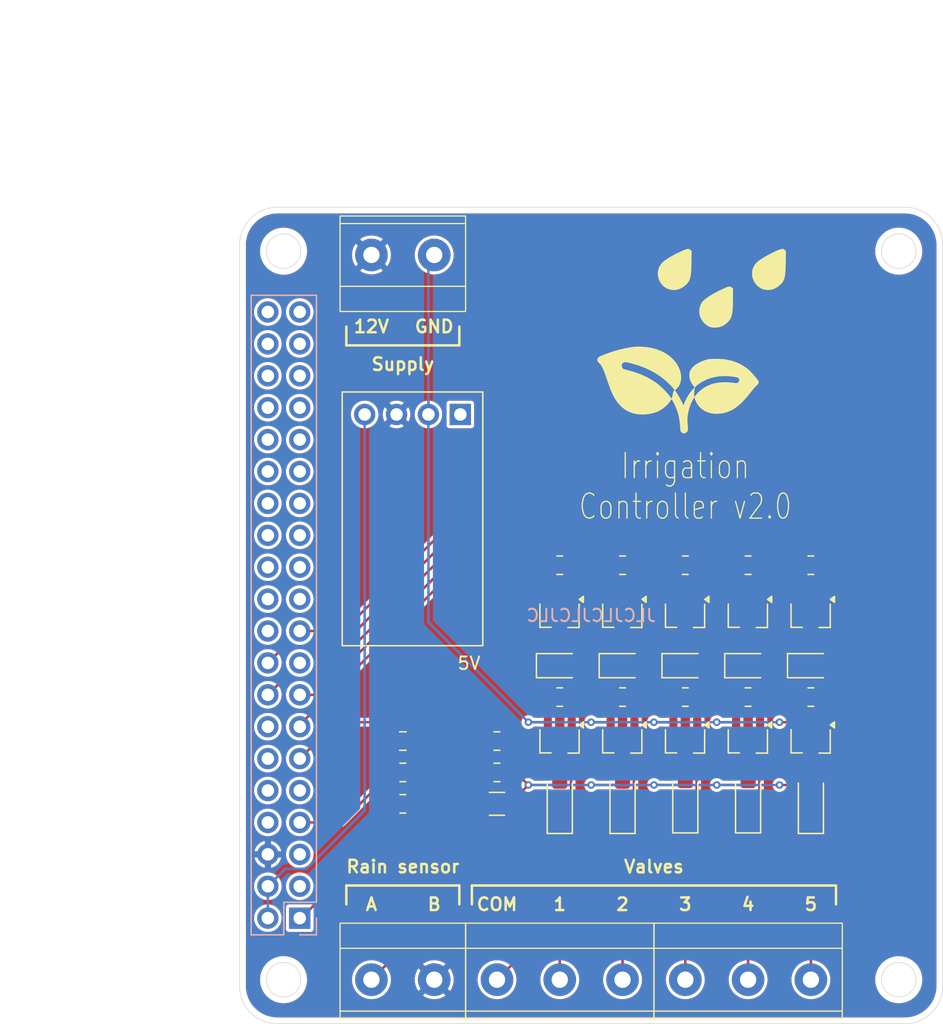
<source format=kicad_pcb>
(kicad_pcb (version 20240108) (generator "pcbnew") (generator_version "8.0")
  (layers (0 "F.Cu" signal) (31 "B.Cu" signal) (34 "B.Paste" user) (35 "F.Paste" user) (36 "B.SilkS" user "B.Silkscreen") (37 "F.SilkS" user "F.Silkscreen") (38 "B.Mask" user) (39 "F.Mask" user) (44 "Edge.Cuts" user))
  (net 0 "")
  (net 1 "/Valve #1/OUT")
  (net 2 "/Valve #2/OUT")
  (net 3 "Net-(D5-K)")
  (net 4 "/RAIN")
  (net 5 "Net-(D5-A)")
  (net 6 "/Valve #3/OUT")
  (net 7 "Net-(D7-A)")
  (net 8 "Net-(D7-K)")
  (net 11 "/C5")
  (net 26 "Net-(D1-A)")
  (net 27 "Net-(D1-K)")
  (net 28 "/Valve #4/OUT")
  (net 29 "Net-(D3-A)")
  (net 30 "Net-(D3-K)")
  (net 31 "Net-(Q3-B)")
  (net 32 "Net-(Q4-B)")
  (net 33 "Net-(Q5-B)")
  (net 34 "Net-(Q6-B)")
  (net 35 "Net-(Q7-B)")
  (net 36 "Net-(Q8-B)")
  (net 37 "COM")
  (net 38 "/C1")
  (net 39 "/C2")
  (net 40 "/C3")
  (net 41 "/C4")
  (net 42 "/SHORT")
  (net 43 "GND")
  (net 44 "Net-(Q1-B)")
  (net 45 "Net-(Q2-B)")
  (net 46 "+12V")
  (net 47 "+5V")
  (net 62 "Net-(D9-A)")
  (net 63 "Net-(D9-K)")
  (net 64 "/Valve #5/OUT")
  (net 65 "Net-(Q9-B)")
  (net 66 "Net-(Q10-B)")
  (net 67 "Net-(J3-Pin_1)")
  (net 68 "+3V3")
  (footprint "Irrigation_Controller:STDN-3A24-ADJ" (layer "F.Cu") (at 162.58 90.5 -90)
    (property "Reference" "X1" (hide yes))
    (property "Value" "5V" (at 19.81 -0.69 0) (layer "F.SilkS"))
    (pad "1" thru_hole rect (at 0 0 270) (size 1.7 1.7) (drill 1) (layers "*.Cu" "*.Mask"))
    (pad "2" thru_hole circle (at 0 2.54 270) (size 1.7 1.7) (drill 1) (layers "*.Cu" "*.Mask") (net 46 "+12V"))
    (pad "3" thru_hole circle (at 0 5.08 270) (size 1.7 1.7) (drill 1) (layers "*.Cu" "*.Mask") (net 43 "GND"))
    (pad "4" thru_hole circle (at 0 7.62 270) (size 1.7 1.7) (drill 1) (layers "*.Cu" "*.Mask") (net 47 "+5V"))
  )
  (footprint "Resistor_SMD:R_0805_2012Metric" (layer "F.Cu") (at 180.5 113)
    (property "Reference" "R6" (hide yes))
    (property "Value" "620" (hide yes))
    (pad "1" smd roundrect (at -0.9125 0) (size 1.025 1.4) (layers "F.Cu" "F.Paste" "F.Mask") (roundrect_rratio 0.243902) (net 5 "Net-(D5-A)"))
    (pad "2" smd roundrect (at 0.9125 0) (size 1.025 1.4) (layers "F.Cu" "F.Paste" "F.Mask") (roundrect_rratio 0.243902) (net 34 "Net-(Q6-B)"))
  )
  (footprint "Package_TO_SOT_SMD:TSOT-23" (layer "F.Cu") (at 185.5 106.5 -90)
    (property "Reference" "Q7" (hide yes))
    (property "Value" "PMBT3904" (hide yes))
    (pad "1" smd roundrect (at -1.31 -0.95 270) (size 1.22 0.65) (layers "F.Cu" "F.Paste" "F.Mask") (net 35 "Net-(Q7-B)"))
    (pad "2" smd roundrect (at -1.31 0.95 270) (size 1.22 0.65) (layers "F.Cu" "F.Paste" "F.Mask") (net 43 "GND"))
    (pad "3" smd roundrect (at 1.31 0 270) (size 1.22 0.65) (layers "F.Cu" "F.Paste" "F.Mask") (net 8 "Net-(D7-K)"))
  )
  (footprint "Diode_SMD:D_SOD-123" (layer "F.Cu") (at 180.5 121.455 90)
    (property "Reference" "D6" (hide yes))
    (property "Value" "SD103AW" (hide yes))
    (pad "1" smd roundrect (at -1.65 0 90) (size 0.9 1.2) (layers "F.Cu" "F.Paste" "F.Mask") (net 6 "/Valve #3/OUT"))
    (pad "2" smd roundrect (at 1.65 0 90) (size 0.9 1.2) (layers "F.Cu" "F.Paste" "F.Mask") (net 37 "COM"))
  )
  (footprint "Irrigation_Controller:MX5-3P-BK" (layer "F.Cu") (at 165.5 135.5)
    (property "Reference" "J4" (hide yes))
    (property "Value" "Screw_Terminal_01x03" (hide yes))
    (pad "1" thru_hole circle (at 0 0) (size 2.6 2.6) (drill 1.3) (layers "*.Cu" "*.Mask") (net 37 "COM"))
    (pad "2" thru_hole circle (at 5 0) (size 2.6 2.6) (drill 1.3) (layers "*.Cu" "*.Mask") (net 1 "/Valve #1/OUT"))
    (pad "3" thru_hole circle (at 10 0) (size 2.6 2.6) (drill 1.3) (layers "*.Cu" "*.Mask") (net 2 "/Valve #2/OUT"))
  )
  (footprint "Capacitor_SMD:C_0805_2012Metric" (layer "F.Cu") (at 158 116.5 180)
    (property "Reference" "C1" (hide yes))
    (property "Value" "0.1 µF" (hide yes))
    (pad "1" smd roundrect (at -0.95 0 180) (size 1 1.45) (layers "F.Cu" "F.Paste" "F.Mask") (net 67 "Net-(J3-Pin_1)"))
    (pad "2" smd roundrect (at 0.95 0 180) (size 1 1.45) (layers "F.Cu" "F.Paste" "F.Mask") (net 43 "GND"))
  )
  (footprint "Resistor_SMD:R_0805_2012Metric_Pad1.20x1.40mm_HandSolder" (layer "F.Cu") (at 175.5 102.5)
    (property "Reference" "R3" (hide yes))
    (property "Value" "3.9K" (hide yes))
    (pad "1" smd roundrect (at -1 0) (size 1.2 1.4) (layers "F.Cu" "F.Paste" "F.Mask") (roundrect_rratio 0.208333) (net 39 "/C2"))
    (pad "2" smd roundrect (at 1 0) (size 1.2 1.4) (layers "F.Cu" "F.Paste" "F.Mask") (roundrect_rratio 0.208333) (net 31 "Net-(Q3-B)"))
  )
  (footprint "LED_SMD:LED_0805_2012Metric_Pad1.15x1.40mm_HandSolder" (layer "F.Cu") (at 170.5 110.5)
    (property "Reference" "D1" (hide yes))
    (property "Value" "EVL-SMD0805-RED" (hide yes))
    (pad "1" smd roundrect (at -1.025 0) (size 1.15 1.4) (layers "F.Cu" "F.Paste" "F.Mask") (roundrect_rratio 0.217391) (net 27 "Net-(D1-K)"))
    (pad "2" smd roundrect (at 1.025 0) (size 1.15 1.4) (layers "F.Cu" "F.Paste" "F.Mask") (roundrect_rratio 0.217391) (net 26 "Net-(D1-A)"))
  )
  (footprint "LOGO" (layer "F.Cu") (at 181 84.5)
    (property "Reference" "G***" (hide yes))
    (property "Value" "LOGO" (hide yes))
  )
  (footprint "Resistor_SMD:R_0805_2012Metric" (layer "F.Cu") (at 170.5 113)
    (property "Reference" "R2" (hide yes))
    (property "Value" "620" (hide yes))
    (pad "1" smd roundrect (at -0.9125 0) (size 1.025 1.4) (layers "F.Cu" "F.Paste" "F.Mask") (roundrect_rratio 0.243902) (net 26 "Net-(D1-A)"))
    (pad "2" smd roundrect (at 0.9125 0) (size 1.025 1.4) (layers "F.Cu" "F.Paste" "F.Mask") (roundrect_rratio 0.243902) (net 45 "Net-(Q2-B)"))
  )
  (footprint "Package_TO_SOT_SMD:TSOT-23" (layer "F.Cu") (at 170.5 106.5 -90)
    (property "Reference" "Q1" (hide yes))
    (property "Value" "PMBT3904" (hide yes))
    (pad "1" smd roundrect (at -1.31 -0.95 270) (size 1.22 0.65) (layers "F.Cu" "F.Paste" "F.Mask") (net 44 "Net-(Q1-B)"))
    (pad "2" smd roundrect (at -1.31 0.95 270) (size 1.22 0.65) (layers "F.Cu" "F.Paste" "F.Mask") (net 43 "GND"))
    (pad "3" smd roundrect (at 1.31 0 270) (size 1.22 0.65) (layers "F.Cu" "F.Paste" "F.Mask") (net 27 "Net-(D1-K)"))
  )
  (footprint "Resistor_SMD:R_0805_2012Metric" (layer "F.Cu") (at 190.5 113)
    (property "Reference" "R10" (hide yes))
    (property "Value" "620" (hide yes))
    (pad "1" smd roundrect (at -0.9125 0) (size 1.025 1.4) (layers "F.Cu" "F.Paste" "F.Mask") (roundrect_rratio 0.243902) (net 62 "Net-(D9-A)"))
    (pad "2" smd roundrect (at 0.9125 0) (size 1.025 1.4) (layers "F.Cu" "F.Paste" "F.Mask") (roundrect_rratio 0.243902) (net 66 "Net-(Q10-B)"))
  )
  (footprint "LED_SMD:LED_0805_2012Metric_Pad1.15x1.40mm_HandSolder" (layer "F.Cu") (at 175.5 110.5)
    (property "Reference" "D3" (hide yes))
    (property "Value" "EVL-SMD0805-RED" (hide yes))
    (pad "1" smd roundrect (at -1.025 0) (size 1.15 1.4) (layers "F.Cu" "F.Paste" "F.Mask") (roundrect_rratio 0.217391) (net 30 "Net-(D3-K)"))
    (pad "2" smd roundrect (at 1.025 0) (size 1.15 1.4) (layers "F.Cu" "F.Paste" "F.Mask") (roundrect_rratio 0.217391) (net 29 "Net-(D3-A)"))
  )
  (footprint "Resistor_SMD:R_0805_2012Metric_Pad1.20x1.40mm_HandSolder" (layer "F.Cu") (at 185.5 102.5)
    (property "Reference" "R7" (hide yes))
    (property "Value" "3.9K" (hide yes))
    (pad "1" smd roundrect (at -1 0) (size 1.2 1.4) (layers "F.Cu" "F.Paste" "F.Mask") (roundrect_rratio 0.208333) (net 41 "/C4"))
    (pad "2" smd roundrect (at 1 0) (size 1.2 1.4) (layers "F.Cu" "F.Paste" "F.Mask") (roundrect_rratio 0.208333) (net 35 "Net-(Q7-B)"))
  )
  (footprint "Resistor_SMD:R_0805_2012Metric_Pad1.20x1.40mm_HandSolder" (layer "F.Cu") (at 170.5 102.5)
    (property "Reference" "R1" (hide yes))
    (property "Value" "3.9K" (hide yes))
    (pad "1" smd roundrect (at -1 0) (size 1.2 1.4) (layers "F.Cu" "F.Paste" "F.Mask") (roundrect_rratio 0.208333) (net 38 "/C1"))
    (pad "2" smd roundrect (at 1 0) (size 1.2 1.4) (layers "F.Cu" "F.Paste" "F.Mask") (roundrect_rratio 0.208333) (net 44 "Net-(Q1-B)"))
  )
  (footprint "Package_TO_SOT_SMD:TSOT-23" (layer "F.Cu") (at 175.5 116.5 -90)
    (property "Reference" "Q4" (hide yes))
    (property "Value" "SS8550-H" (hide yes))
    (pad "1" smd roundrect (at -1.31 -0.95 270) (size 1.22 0.65) (layers "F.Cu" "F.Paste" "F.Mask") (net 32 "Net-(Q4-B)"))
    (pad "2" smd roundrect (at -1.31 0.95 270) (size 1.22 0.65) (layers "F.Cu" "F.Paste" "F.Mask") (net 46 "+12V"))
    (pad "3" smd roundrect (at 1.31 0 270) (size 1.22 0.65) (layers "F.Cu" "F.Paste" "F.Mask") (net 2 "/Valve #2/OUT"))
  )
  (footprint "Resistor_SMD:R_0805_2012Metric_Pad1.20x1.40mm_HandSolder" (layer "F.Cu") (at 190.5 102.5)
    (property "Reference" "R9" (hide yes))
    (property "Value" "3.9K" (hide yes))
    (pad "1" smd roundrect (at -1 0) (size 1.2 1.4) (layers "F.Cu" "F.Paste" "F.Mask") (roundrect_rratio 0.208333) (net 11 "/C5"))
    (pad "2" smd roundrect (at 1 0) (size 1.2 1.4) (layers "F.Cu" "F.Paste" "F.Mask") (roundrect_rratio 0.208333) (net 65 "Net-(Q9-B)"))
  )
  (footprint "Package_TO_SOT_SMD:TSOT-23" (layer "F.Cu") (at 185.5 116.5 -90)
    (property "Reference" "Q8" (hide yes))
    (property "Value" "SS8550-H" (hide yes))
    (pad "1" smd roundrect (at -1.31 -0.95 270) (size 1.22 0.65) (layers "F.Cu" "F.Paste" "F.Mask") (net 36 "Net-(Q8-B)"))
    (pad "2" smd roundrect (at -1.31 0.95 270) (size 1.22 0.65) (layers "F.Cu" "F.Paste" "F.Mask") (net 46 "+12V"))
    (pad "3" smd roundrect (at 1.31 0 270) (size 1.22 0.65) (layers "F.Cu" "F.Paste" "F.Mask") (net 28 "/Valve #4/OUT"))
  )
  (footprint "LED_SMD:LED_0805_2012Metric_Pad1.15x1.40mm_HandSolder" (layer "F.Cu") (at 180.5 110.5)
    (property "Reference" "D5" (hide yes))
    (property "Value" "EVL-SMD0805-RED" (hide yes))
    (pad "1" smd roundrect (at -1.025 0) (size 1.15 1.4) (layers "F.Cu" "F.Paste" "F.Mask") (roundrect_rratio 0.217391) (net 3 "Net-(D5-K)"))
    (pad "2" smd roundrect (at 1.025 0) (size 1.15 1.4) (layers "F.Cu" "F.Paste" "F.Mask") (roundrect_rratio 0.217391) (net 5 "Net-(D5-A)"))
  )
  (footprint "Resistor_SMD:R_0805_2012Metric" (layer "F.Cu") (at 158 119)
    (property "Reference" "R13" (hide yes))
    (property "Value" "1.1K" (hide yes))
    (pad "1" smd roundrect (at -0.9125 0) (size 1.025 1.4) (layers "F.Cu" "F.Paste" "F.Mask") (roundrect_rratio 0.243902) (net 4 "/RAIN"))
    (pad "2" smd roundrect (at 0.9125 0) (size 1.025 1.4) (layers "F.Cu" "F.Paste" "F.Mask") (roundrect_rratio 0.243902) (net 67 "Net-(J3-Pin_1)"))
  )
  (footprint "Resistor_SMD:R_0805_2012Metric" (layer "F.Cu") (at 165.5 119 180)
    (property "Reference" "R11" (hide yes))
    (property "Value" "3.9K" (hide yes))
    (pad "1" smd roundrect (at -0.9125 0 180) (size 1.025 1.4) (layers "F.Cu" "F.Paste" "F.Mask") (roundrect_rratio 0.243902) (net 37 "COM"))
    (pad "2" smd roundrect (at 0.9125 0 180) (size 1.025 1.4) (layers "F.Cu" "F.Paste" "F.Mask") (roundrect_rratio 0.243902) (net 42 "/SHORT"))
  )
  (footprint "Irrigation_Controller:MX5-3P-BK" (layer "F.Cu") (at 180.5 135.5)
    (property "Reference" "J5" (hide yes))
    (property "Value" "Screw_Terminal_01x03" (hide yes))
    (pad "1" thru_hole circle (at 0 0) (size 2.6 2.6) (drill 1.3) (layers "*.Cu" "*.Mask") (net 6 "/Valve #3/OUT"))
    (pad "2" thru_hole circle (at 5 0) (size 2.6 2.6) (drill 1.3) (layers "*.Cu" "*.Mask") (net 28 "/Valve #4/OUT"))
    (pad "3" thru_hole circle (at 10 0) (size 2.6 2.6) (drill 1.3) (layers "*.Cu" "*.Mask") (net 64 "/Valve #5/OUT"))
  )
  (footprint "Package_TO_SOT_SMD:TSOT-23" (layer "F.Cu") (at 170.5 116.5 -90)
    (property "Reference" "Q2" (hide yes))
    (property "Value" "SS8550-H" (hide yes))
    (pad "1" smd roundrect (at -1.31 -0.95 270) (size 1.22 0.65) (layers "F.Cu" "F.Paste" "F.Mask") (net 45 "Net-(Q2-B)"))
    (pad "2" smd roundrect (at -1.31 0.95 270) (size 1.22 0.65) (layers "F.Cu" "F.Paste" "F.Mask") (net 46 "+12V"))
    (pad "3" smd roundrect (at 1.31 0 270) (size 1.22 0.65) (layers "F.Cu" "F.Paste" "F.Mask") (net 1 "/Valve #1/OUT"))
  )
  (footprint "Resistor_SMD:R_0805_2012Metric_Pad1.20x1.40mm_HandSolder" (layer "F.Cu") (at 180.5 102.5)
    (property "Reference" "R5" (hide yes))
    (property "Value" "3.9K" (hide yes))
    (pad "1" smd roundrect (at -1 0) (size 1.2 1.4) (layers "F.Cu" "F.Paste" "F.Mask") (roundrect_rratio 0.208333) (net 40 "/C3"))
    (pad "2" smd roundrect (at 1 0) (size 1.2 1.4) (layers "F.Cu" "F.Paste" "F.Mask") (roundrect_rratio 0.208333) (net 33 "Net-(Q5-B)"))
  )
  (footprint "Fuse:Fuse_1206_3216Metric" (layer "F.Cu") (at 165.5 121.5 180)
    (property "Reference" "F1" (hide yes))
    (property "Value" "RKP-SMDB050" (hide yes))
    (pad "1" smd roundrect (at -1.4 0 180) (size 1.25 1.75) (layers "F.Cu" "F.Paste" "F.Mask") (roundrect_rratio 0.2) (net 37 "COM"))
    (pad "2" smd roundrect (at 1.4 0 180) (size 1.25 1.75) (layers "F.Cu" "F.Paste" "F.Mask") (roundrect_rratio 0.2) (net 43 "GND"))
  )
  (footprint "Package_TO_SOT_SMD:TSOT-23" (layer "F.Cu") (at 190.5 106.5 -90)
    (property "Reference" "Q9" (hide yes))
    (property "Value" "PMBT3904" (hide yes))
    (pad "1" smd roundrect (at -1.31 -0.95 270) (size 1.22 0.65) (layers "F.Cu" "F.Paste" "F.Mask") (net 65 "Net-(Q9-B)"))
    (pad "2" smd roundrect (at -1.31 0.95 270) (size 1.22 0.65) (layers "F.Cu" "F.Paste" "F.Mask") (net 43 "GND"))
    (pad "3" smd roundrect (at 1.31 0 270) (size 1.22 0.65) (layers "F.Cu" "F.Paste" "F.Mask") (net 63 "Net-(D9-K)"))
  )
  (footprint "Irrigation_Controller:MX5-2P-BK" (layer "F.Cu") (at 160.5 77.8 180)
    (property "Reference" "J2" (hide yes))
    (property "Value" "Screw_Terminal_01x02" (hide yes))
    (pad "1" thru_hole circle (at 0 0 180) (size 2.6 2.6) (drill 1.3) (layers "*.Cu" "*.Mask") (net 46 "+12V"))
    (pad "2" thru_hole circle (at 5 0 180) (size 2.6 2.6) (drill 1.3) (layers "*.Cu" "*.Mask") (net 43 "GND"))
  )
  (footprint "Resistor_SMD:R_0805_2012Metric" (layer "F.Cu") (at 158 121.5)
    (property "Reference" "R14" (hide yes))
    (property "Value" "3.9K" (hide yes))
    (pad "1" smd roundrect (at -0.9125 0) (size 1.025 1.4) (layers "F.Cu" "F.Paste" "F.Mask") (roundrect_rratio 0.243902) (net 68 "+3V3"))
    (pad "2" smd roundrect (at 0.9125 0) (size 1.025 1.4) (layers "F.Cu" "F.Paste" "F.Mask") (roundrect_rratio 0.243902) (net 67 "Net-(J3-Pin_1)"))
  )
  (footprint "Diode_SMD:D_SOD-123" (layer "F.Cu") (at 185.5 121.455 90)
    (property "Reference" "D8" (hide yes))
    (property "Value" "SD103AW" (hide yes))
    (pad "1" smd roundrect (at -1.65 0 90) (size 0.9 1.2) (layers "F.Cu" "F.Paste" "F.Mask") (net 28 "/Valve #4/OUT"))
    (pad "2" smd roundrect (at 1.65 0 90) (size 0.9 1.2) (layers "F.Cu" "F.Paste" "F.Mask") (net 37 "COM"))
  )
  (footprint "Resistor_SMD:R_0805_2012Metric" (layer "F.Cu") (at 165.5 116.5)
    (property "Reference" "R12" (hide yes))
    (property "Value" "1.1K" (hide yes))
    (pad "1" smd roundrect (at -0.9125 0) (size 1.025 1.4) (layers "F.Cu" "F.Paste" "F.Mask") (roundrect_rratio 0.243902) (net 42 "/SHORT"))
    (pad "2" smd roundrect (at 0.9125 0) (size 1.025 1.4) (layers "F.Cu" "F.Paste" "F.Mask") (roundrect_rratio 0.243902) (net 43 "GND"))
  )
  (footprint "LED_SMD:LED_0805_2012Metric_Pad1.15x1.40mm_HandSolder" (layer "F.Cu") (at 190.5 110.5)
    (property "Reference" "D9" (hide yes))
    (property "Value" "EVL-SMD0805-RED" (hide yes))
    (pad "1" smd roundrect (at -1.025 0) (size 1.15 1.4) (layers "F.Cu" "F.Paste" "F.Mask") (roundrect_rratio 0.217391) (net 63 "Net-(D9-K)"))
    (pad "2" smd roundrect (at 1.025 0) (size 1.15 1.4) (layers "F.Cu" "F.Paste" "F.Mask") (roundrect_rratio 0.217391) (net 62 "Net-(D9-A)"))
  )
  (footprint "Diode_SMD:D_SOD-123" (layer "F.Cu") (at 170.5 121.5 90)
    (property "Reference" "D2" (hide yes))
    (property "Value" "SD103AW" (hide yes))
    (pad "1" smd roundrect (at -1.65 0 90) (size 0.9 1.2) (layers "F.Cu" "F.Paste" "F.Mask") (net 1 "/Valve #1/OUT"))
    (pad "2" smd roundrect (at 1.65 0 90) (size 0.9 1.2) (layers "F.Cu" "F.Paste" "F.Mask") (net 37 "COM"))
  )
  (footprint "Resistor_SMD:R_0805_2012Metric" (layer "F.Cu") (at 175.5 113)
    (property "Reference" "R4" (hide yes))
    (property "Value" "620" (hide yes))
    (pad "1" smd roundrect (at -0.9125 0) (size 1.025 1.4) (layers "F.Cu" "F.Paste" "F.Mask") (roundrect_rratio 0.243902) (net 29 "Net-(D3-A)"))
    (pad "2" smd roundrect (at 0.9125 0) (size 1.025 1.4) (layers "F.Cu" "F.Paste" "F.Mask") (roundrect_rratio 0.243902) (net 32 "Net-(Q4-B)"))
  )
  (footprint "Package_TO_SOT_SMD:TSOT-23" (layer "F.Cu") (at 175.5 106.5 -90)
    (property "Reference" "Q3" (hide yes))
    (property "Value" "PMBT3904" (hide yes))
    (pad "1" smd roundrect (at -1.31 -0.95 270) (size 1.22 0.65) (layers "F.Cu" "F.Paste" "F.Mask") (net 31 "Net-(Q3-B)"))
    (pad "2" smd roundrect (at -1.31 0.95 270) (size 1.22 0.65) (layers "F.Cu" "F.Paste" "F.Mask") (net 43 "GND"))
    (pad "3" smd roundrect (at 1.31 0 270) (size 1.22 0.65) (layers "F.Cu" "F.Paste" "F.Mask") (net 30 "Net-(D3-K)"))
  )
  (footprint "Resistor_SMD:R_0805_2012Metric" (layer "F.Cu") (at 185.5 113)
    (property "Reference" "R8" (hide yes))
    (property "Value" "620" (hide yes))
    (pad "1" smd roundrect (at -0.9125 0) (size 1.025 1.4) (layers "F.Cu" "F.Paste" "F.Mask") (roundrect_rratio 0.243902) (net 7 "Net-(D7-A)"))
    (pad "2" smd roundrect (at 0.9125 0) (size 1.025 1.4) (layers "F.Cu" "F.Paste" "F.Mask") (roundrect_rratio 0.243902) (net 36 "Net-(Q8-B)"))
  )
  (footprint "Package_TO_SOT_SMD:TSOT-23" (layer "F.Cu") (at 180.5 106.5 -90)
    (property "Reference" "Q5" (hide yes))
    (property "Value" "PMBT3904" (hide yes))
    (pad "1" smd roundrect (at -1.31 -0.95 270) (size 1.22 0.65) (layers "F.Cu" "F.Paste" "F.Mask") (net 33 "Net-(Q5-B)"))
    (pad "2" smd roundrect (at -1.31 0.95 270) (size 1.22 0.65) (layers "F.Cu" "F.Paste" "F.Mask") (net 43 "GND"))
    (pad "3" smd roundrect (at 1.31 0 270) (size 1.22 0.65) (layers "F.Cu" "F.Paste" "F.Mask") (net 3 "Net-(D5-K)"))
  )
  (footprint "LED_SMD:LED_0805_2012Metric_Pad1.15x1.40mm_HandSolder" (layer "F.Cu") (at 185.5 110.5)
    (property "Reference" "D7" (hide yes))
    (property "Value" "EVL-SMD0805-RED" (hide yes))
    (pad "1" smd roundrect (at -1.025 0) (size 1.15 1.4) (layers "F.Cu" "F.Paste" "F.Mask") (roundrect_rratio 0.217391) (net 8 "Net-(D7-K)"))
    (pad "2" smd roundrect (at 1.025 0) (size 1.15 1.4) (layers "F.Cu" "F.Paste" "F.Mask") (roundrect_rratio 0.217391) (net 7 "Net-(D7-A)"))
  )
  (footprint "Diode_SMD:D_SOD-123" (layer "F.Cu") (at 190.5 121.5 90)
    (property "Reference" "D10" (hide yes))
    (property "Value" "SD103AW" (hide yes))
    (pad "1" smd roundrect (at -1.65 0 90) (size 0.9 1.2) (layers "F.Cu" "F.Paste" "F.Mask") (net 64 "/Valve #5/OUT"))
    (pad "2" smd roundrect (at 1.65 0 90) (size 0.9 1.2) (layers "F.Cu" "F.Paste" "F.Mask") (net 37 "COM"))
  )
  (footprint "Irrigation_Controller:MX5-2P-BK" (layer "F.Cu") (at 155.5 135.5)
    (property "Reference" "J3" (hide yes))
    (property "Value" "Screw_Terminal_01x02" (hide yes))
    (pad "1" thru_hole circle (at 0 0) (size 2.6 2.6) (drill 1.3) (layers "*.Cu" "*.Mask") (net 67 "Net-(J3-Pin_1)"))
    (pad "2" thru_hole circle (at 5 0) (size 2.6 2.6) (drill 1.3) (layers "*.Cu" "*.Mask") (net 43 "GND"))
  )
  (footprint "Package_TO_SOT_SMD:TSOT-23" (layer "F.Cu") (at 190.5 116.5 -90)
    (property "Reference" "Q10" (hide yes))
    (property "Value" "SS8550-H" (hide yes))
    (pad "1" smd roundrect (at -1.31 -0.95 270) (size 1.22 0.65) (layers "F.Cu" "F.Paste" "F.Mask") (net 66 "Net-(Q10-B)"))
    (pad "2" smd roundrect (at -1.31 0.95 270) (size 1.22 0.65) (layers "F.Cu" "F.Paste" "F.Mask") (net 46 "+12V"))
    (pad "3" smd roundrect (at 1.31 0 270) (size 1.22 0.65) (layers "F.Cu" "F.Paste" "F.Mask") (net 64 "/Valve #5/OUT"))
  )
  (footprint "Package_TO_SOT_SMD:TSOT-23" (layer "F.Cu") (at 180.5 116.5 -90)
    (property "Reference" "Q6" (hide yes))
    (property "Value" "SS8550-H" (hide yes))
    (pad "1" smd roundrect (at -1.31 -0.95 270) (size 1.22 0.65) (layers "F.Cu" "F.Paste" "F.Mask") (net 34 "Net-(Q6-B)"))
    (pad "2" smd roundrect (at -1.31 0.95 270) (size 1.22 0.65) (layers "F.Cu" "F.Paste" "F.Mask") (net 46 "+12V"))
    (pad "3" smd roundrect (at 1.31 0 270) (size 1.22 0.65) (layers "F.Cu" "F.Paste" "F.Mask") (net 6 "/Valve #3/OUT"))
  )
  (footprint "Diode_SMD:D_SOD-123" (layer "F.Cu") (at 175.5 121.5 90)
    (property "Reference" "D4" (hide yes))
    (property "Value" "SD103AW" (hide yes))
    (pad "1" smd roundrect (at -1.65 0 90) (size 0.9 1.2) (layers "F.Cu" "F.Paste" "F.Mask") (net 2 "/Valve #2/OUT"))
    (pad "2" smd roundrect (at 1.65 0 90) (size 0.9 1.2) (layers "F.Cu" "F.Paste" "F.Mask") (net 37 "COM"))
  )
  (footprint "Connector_PinSocket_2.54mm:PinSocket_2x20_P2.54mm_Vertical" (layer "B.Cu") (at 149.79 130.6)
    (property "Reference" "J1" (hide yes))
    (property "Value" "ZL262-40DG" (hide yes))
    (pad "1" thru_hole rect (at 0 0) (size 1.7 1.7) (drill 1) (layers "*.Cu" "*.Mask") (net 68 "+3V3"))
    (pad "2" thru_hole oval (at -2.54 0) (size 1.7 1.7) (drill 1) (layers "*.Cu" "*.Mask") (net 47 "+5V"))
    (pad "3" thru_hole oval (at 0 -2.54) (size 1.7 1.7) (drill 1) (layers "*.Cu" "*.Mask"))
    (pad "4" thru_hole oval (at -2.54 -2.54) (size 1.7 1.7) (drill 1) (layers "*.Cu" "*.Mask") (net 47 "+5V"))
    (pad "5" thru_hole oval (at 0 -5.08) (size 1.7 1.7) (drill 1) (layers "*.Cu" "*.Mask"))
    (pad "6" thru_hole oval (at -2.54 -5.08) (size 1.7 1.7) (drill 1) (layers "*.Cu" "*.Mask") (net 43 "GND"))
    (pad "7" thru_hole oval (at 0 -7.62) (size 1.7 1.7) (drill 1) (layers "*.Cu" "*.Mask") (net 4 "/RAIN"))
    (pad "8" thru_hole oval (at -2.54 -7.62) (size 1.7 1.7) (drill 1) (layers "*.Cu" "*.Mask"))
    (pad "9" thru_hole oval (at 0 -10.16) (size 1.7 1.7) (drill 1) (layers "*.Cu" "*.Mask"))
    (pad "10" thru_hole oval (at -2.54 -10.16) (size 1.7 1.7) (drill 1) (layers "*.Cu" "*.Mask"))
    (pad "11" thru_hole oval (at 0 -12.7) (size 1.7 1.7) (drill 1) (layers "*.Cu" "*.Mask") (net 42 "/SHORT"))
    (pad "12" thru_hole oval (at -2.54 -12.7) (size 1.7 1.7) (drill 1) (layers "*.Cu" "*.Mask"))
    (pad "13" thru_hole oval (at 0 -15.24) (size 1.7 1.7) (drill 1) (layers "*.Cu" "*.Mask") (net 38 "/C1"))
    (pad "14" thru_hole oval (at -2.54 -15.24) (size 1.7 1.7) (drill 1) (layers "*.Cu" "*.Mask"))
    (pad "15" thru_hole oval (at 0 -17.78) (size 1.7 1.7) (drill 1) (layers "*.Cu" "*.Mask") (net 39 "/C2"))
    (pad "16" thru_hole oval (at -2.54 -17.78) (size 1.7 1.7) (drill 1) (layers "*.Cu" "*.Mask") (net 40 "/C3"))
    (pad "17" thru_hole oval (at 0 -20.32) (size 1.7 1.7) (drill 1) (layers "*.Cu" "*.Mask"))
    (pad "18" thru_hole oval (at -2.54 -20.32) (size 1.7 1.7) (drill 1) (layers "*.Cu" "*.Mask") (net 41 "/C4"))
    (pad "19" thru_hole oval (at 0 -22.86) (size 1.7 1.7) (drill 1) (layers "*.Cu" "*.Mask") (net 11 "/C5"))
    (pad "20" thru_hole oval (at -2.54 -22.86) (size 1.7 1.7) (drill 1) (layers "*.Cu" "*.Mask"))
    (pad "21" thru_hole oval (at 0 -25.4) (size 1.7 1.7) (drill 1) (layers "*.Cu" "*.Mask"))
    (pad "22" thru_hole oval (at -2.54 -25.4) (size 1.7 1.7) (drill 1) (layers "*.Cu" "*.Mask"))
    (pad "23" thru_hole oval (at 0 -27.94) (size 1.7 1.7) (drill 1) (layers "*.Cu" "*.Mask"))
    (pad "24" thru_hole oval (at -2.54 -27.94) (size 1.7 1.7) (drill 1) (layers "*.Cu" "*.Mask"))
    (pad "25" thru_hole oval (at 0 -30.48) (size 1.7 1.7) (drill 1) (layers "*.Cu" "*.Mask"))
    (pad "26" thru_hole oval (at -2.54 -30.48) (size 1.7 1.7) (drill 1) (layers "*.Cu" "*.Mask"))
    (pad "27" thru_hole oval (at 0 -33.02) (size 1.7 1.7) (drill 1) (layers "*.Cu" "*.Mask"))
    (pad "28" thru_hole oval (at -2.54 -33.02) (size 1.7 1.7) (drill 1) (layers "*.Cu" "*.Mask"))
    (pad "29" thru_hole oval (at 0 -35.56) (size 1.7 1.7) (drill 1) (layers "*.Cu" "*.Mask"))
    (pad "30" thru_hole oval (at -2.54 -35.56) (size 1.7 1.7) (drill 1) (layers "*.Cu" "*.Mask"))
    (pad "31" thru_hole oval (at 0 -38.1) (size 1.7 1.7) (drill 1) (layers "*.Cu" "*.Mask"))
    (pad "32" thru_hole oval (at -2.54 -38.1) (size 1.7 1.7) (drill 1) (layers "*.Cu" "*.Mask"))
    (pad "33" thru_hole oval (at 0 -40.64) (size 1.7 1.7) (drill 1) (layers "*.Cu" "*.Mask"))
    (pad "34" thru_hole oval (at -2.54 -40.64) (size 1.7 1.7) (drill 1) (layers "*.Cu" "*.Mask"))
    (pad "35" thru_hole oval (at 0 -43.18) (size 1.7 1.7) (drill 1) (layers "*.Cu" "*.Mask"))
    (pad "36" thru_hole oval (at -2.54 -43.18) (size 1.7 1.7) (drill 1) (layers "*.Cu" "*.Mask"))
    (pad "37" thru_hole oval (at 0 -45.72) (size 1.7 1.7) (drill 1) (layers "*.Cu" "*.Mask"))
    (pad "38" thru_hole oval (at -2.54 -45.72) (size 1.7 1.7) (drill 1) (layers "*.Cu" "*.Mask"))
    (pad "39" thru_hole oval (at 0 -48.26) (size 1.7 1.7) (drill 1) (layers "*.Cu" "*.Mask"))
    (pad "40" thru_hole oval (at -2.54 -48.26) (size 1.7 1.7) (drill 1) (layers "*.Cu" "*.Mask"))
  )
  (gr_line (start 162.5 83.5) (end 162.5 85) (stroke (width 0.2)) (layer "F.SilkS"))
  (gr_line (start 153.5 85) (end 162.5 85) (stroke (width 0.2)) (layer "F.SilkS"))
  (gr_line (start 153.5 85) (end 153.5 83.5) (stroke (width 0.2)) (layer "F.SilkS"))
  (gr_line (start 162.5 128) (end 162.5 129.5) (stroke (width 0.2)) (layer "F.SilkS"))
  (gr_line (start 163.5 129.5) (end 163.5 128) (stroke (width 0.2)) (layer "F.SilkS"))
  (gr_line (start 192.5 128) (end 192.5 129.5) (stroke (width 0.2)) (layer "F.SilkS"))
  (gr_line (start 153.5 129.5) (end 153.5 128) (stroke (width 0.2)) (layer "F.SilkS"))
  (gr_line (start 163.5 128) (end 192.5 128) (stroke (width 0.2)) (layer "F.SilkS"))
  (gr_line (start 153.5 128) (end 162.5 128) (stroke (width 0.2)) (layer "F.SilkS"))
  (gr_circle (center 148.5 135.5) (end 149.875 135.5) (stroke (width 0.05)) (fill none) (layer "Edge.Cuts"))
  (gr_circle (center 197.5 77.5) (end 198.875 77.5) (stroke (width 0.05)) (fill none) (layer "Edge.Cuts"))
  (gr_line (start 145 136) (end 145 77) (stroke (width 0.05)) (layer "Edge.Cuts"))
  (gr_arc (start 145 77) (mid 145.87868 74.87868) (end 148 74) (stroke (width 0.05)) (layer "Edge.Cuts"))
  (gr_arc (start 198 74) (mid 200.12132 74.87868) (end 201 77) (stroke (width 0.05)) (layer "Edge.Cuts"))
  (gr_line (start 198 139) (end 148 139) (stroke (width 0.05)) (layer "Edge.Cuts"))
  (gr_arc (start 148 139) (mid 145.87868 138.12132) (end 145 136) (stroke (width 0.05)) (layer "Edge.Cuts"))
  (gr_circle (center 148.5 77.5) (end 149.875 77.5) (stroke (width 0.05)) (fill none) (layer "Edge.Cuts"))
  (gr_line (start 148 74) (end 198 74) (stroke (width 0.05)) (layer "Edge.Cuts"))
  (gr_line (start 201 77) (end 201 136) (stroke (width 0.05)) (layer "Edge.Cuts"))
  (gr_circle (center 197.5 135.5) (end 198.875 135.5) (stroke (width 0.05)) (fill none) (layer "Edge.Cuts"))
  (gr_arc (start 201 136) (mid 200.12132 138.12132) (end 198 139) (stroke (width 0.05)) (layer "Edge.Cuts"))
  (gr_text "JLCJLCJLCJLC" (at 173 106.5 0) (layer "B.SilkS") (effects (font (size 1 1)) (justify mirror)))
  (gr_text "5" (at 190.5 129.5 0) (layer "F.SilkS") (effects (font (size 1 1) (thickness 0.2) (bold yes))))
  (gr_text "2" (at 175.5 129.5 0) (layer "F.SilkS") (effects (font (size 1 1) (thickness 0.2) (bold yes))))
  (gr_text "A" (at 155.5 129.5 0) (layer "F.SilkS") (effects (font (size 1 1) (thickness 0.2) (bold yes))))
  (gr_text "Irrigation\nController v2.0" (at 180.5 99 0) (layer "F.SilkS") (effects (font (size 2 1.5) (thickness 0.1)) (justify bottom)))
  (gr_text "Valves" (at 178 126.5 0) (layer "F.SilkS") (effects (font (size 1 1) (thickness 0.2) (bold yes))))
  (gr_text "3" (at 180.5 129.5 0) (layer "F.SilkS") (effects (font (size 1 1) (thickness 0.2) (bold yes))))
  (gr_text "12V" (at 155.5 83.5 0) (layer "F.SilkS") (effects (font (size 1 1) (thickness 0.2) (bold yes))))
  (gr_text "Rain sensor" (at 158 126.5 0) (layer "F.SilkS") (effects (font (size 1 1) (thickness 0.2) (bold yes))))
  (gr_text "GND" (at 160.5 83.5 0) (layer "F.SilkS") (effects (font (size 1 1) (thickness 0.2) (bold yes))))
  (gr_text "B" (at 160.5 129.5 0) (layer "F.SilkS") (effects (font (size 1 1) (thickness 0.2) (bold yes))))
  (gr_text "4" (at 185.5 129.5 0) (layer "F.SilkS") (effects (font (size 1 1) (thickness 0.2) (bold yes))))
  (gr_text "1" (at 170.5 129.5 0) (layer "F.SilkS") (effects (font (size 1 1) (thickness 0.2) (bold yes))))
  (gr_text "Supply" (at 158 86.5 0) (layer "F.SilkS") (effects (font (size 1 1) (thickness 0.2) (bold yes))))
  (gr_text "COM" (at 165.5 129.5 0) (layer "F.SilkS") (effects (font (size 1 1) (thickness 0.2) (bold yes))))
  (segment (start 170.5 135.5) (end 170.5 123.15) (width 0.2) (layer "F.Cu") (net 1))
  (segment (start 171.4 118.71) (end 171.4 122.25) (width 0.2) (layer "F.Cu") (net 1))
  (segment (start 170.5 123.15) (end 170.5 122.9125) (width 0.2) (layer "F.Cu") (net 1))
  (segment (start 170.5 117.81) (end 171.4 118.71) (width 0.2) (layer "F.Cu") (net 1))
  (segment (start 171.4 122.25) (end 170.5 123.15) (width 0.2) (layer "F.Cu") (net 1))
  (segment (start 176.4 118.71) (end 176.4 122.25) (width 0.2) (layer "F.Cu") (net 2))
  (segment (start 175.5 117.81) (end 176.4 118.71) (width 0.2) (layer "F.Cu") (net 2))
  (segment (start 176.4 122.25) (end 175.5 123.15) (width 0.2) (layer "F.Cu") (net 2))
  (segment (start 175.5 135.5) (end 175.5 123.15) (width 0.2) (layer "F.Cu") (net 2))
  (segment (start 179.475 108.835) (end 180.5 107.81) (width 0.2) (layer "F.Cu") (net 3))
  (segment (start 179.475 110.5) (end 179.475 108.835) (width 0.2) (layer "F.Cu") (net 3))
  (segment (start 153.1075 122.98) (end 157.0875 119) (width 0.2) (layer "F.Cu") (net 4))
  (segment (start 149.79 122.98) (end 153.1075 122.98) (width 0.2) (layer "F.Cu") (net 4))
  (segment (start 181.525 111.0625) (end 179.5875 113) (width 0.2) (layer "F.Cu") (net 5))
  (segment (start 181.525 110.5) (end 181.525 111.0625) (width 0.2) (layer "F.Cu") (net 5))
  (segment (start 181.4 122.205) (end 180.5 123.105) (width 0.2) (layer "F.Cu") (net 6))
  (segment (start 180.5 123.15) (end 180.35 123) (width 0.2) (layer "F.Cu") (net 6))
  (segment (start 181.4 118.71) (end 181.4 122.205) (width 0.2) (layer "F.Cu") (net 6))
  (segment (start 180.5 123.105) (end 180.5 135.5) (width 0.2) (layer "F.Cu") (net 6))
  (segment (start 180.5 117.81) (end 181.4 118.71) (width 0.2) (layer "F.Cu") (net 6))
  (segment (start 186.525 110.5) (end 186.525 111.0625) (width 0.2) (layer "F.Cu") (net 7))
  (segment (start 186.525 111.0625) (end 184.5875 113) (width 0.2) (layer "F.Cu") (net 7))
  (segment (start 184.475 108.835) (end 185.5 107.81) (width 0.2) (layer "F.Cu") (net 8))
  (segment (start 184.475 110.5) (end 184.475 108.835) (width 0.2) (layer "F.Cu") (net 8))
  (segment (start 186 99) (end 189.5 102.5) (width 0.2) (layer "F.Cu") (net 11))
  (segment (start 149.79 107.74) (end 153.26 107.74) (width 0.2) (layer "F.Cu") (net 11))
  (segment (start 162 99) (end 186 99) (width 0.2) (layer "F.Cu") (net 11))
  (segment (start 153.26 107.74) (end 162 99) (width 0.2) (layer "F.Cu") (net 11))
  (segment (start 171.525 110.5) (end 171.525 111.0625) (width 0.2) (layer "F.Cu") (net 26))
  (segment (start 171.525 111.0625) (end 169.5875 113) (width 0.2) (layer "F.Cu") (net 26))
  (segment (start 169.475 110.5) (end 169.475 108.835) (width 0.2) (layer "F.Cu") (net 27))
  (segment (start 169.475 108.835) (end 170.5 107.81) (width 0.2) (layer "F.Cu") (net 27))
  (segment (start 186.4 122.205) (end 185.5 123.105) (width 0.2) (layer "F.Cu") (net 28))
  (segment (start 185.5 117.81) (end 185.5 118) (width 0.2) (layer "F.Cu") (net 28))
  (segment (start 186.4 118.71) (end 186.4 122.205) (width 0.2) (layer "F.Cu") (net 28))
  (segment (start 185.5 117.81) (end 186.4 118.71) (width 0.2) (layer "F.Cu") (net 28))
  (segment (start 185.5 135.5) (end 185.5 123.105) (width 0.2) (layer "F.Cu") (net 28))
  (segment (start 185.5 123.15) (end 185.35 123) (width 0.2) (layer "F.Cu") (net 28))
  (segment (start 176.525 110.5) (end 176.525 111.0625) (width 0.2) (layer "F.Cu") (net 29))
  (segment (start 176.525 111.0625) (end 174.5875 113) (width 0.2) (layer "F.Cu") (net 29))
  (segment (start 174.475 108.835) (end 175.5 107.81) (width 0.2) (layer "F.Cu") (net 30))
  (segment (start 174.475 110.5) (end 174.475 108.835) (width 0.2) (layer "F.Cu") (net 30))
  (segment (start 176.5 102.5) (end 176.5 105.14) (width 0.2) (layer "F.Cu") (net 31))
  (segment (start 176.5 105.14) (end 176.45 105.19) (width 0.2) (layer "F.Cu") (net 31))
  (segment (start 176.4125 113) (end 176.4125 115.1525) (width 0.2) (layer "F.Cu") (net 32))
  (segment (start 176.4125 115.1525) (end 176.45 115.19) (width 0.2) (layer "F.Cu") (net 32))
  (segment (start 181.5 105.14) (end 181.45 105.19) (width 0.2) (layer "F.Cu") (net 33))
  (segment (start 181.5 102.5) (end 181.5 105.14) (width 0.2) (layer "F.Cu") (net 33))
  (segment (start 181.4125 113) (end 181.4125 115.1525) (width 0.2) (layer "F.Cu") (net 34))
  (segment (start 181.4125 115.1525) (end 181.45 115.19) (width 0.2) (layer "F.Cu") (net 34))
  (segment (start 186.5 103) (end 186.45 103.05) (width 0.2) (layer "F.Cu") (net 35))
  (segment (start 186.45 103.05) (end 186.45 105.19) (width 0.2) (layer "F.Cu") (net 35))
  (segment (start 186.5 102.5) (end 186.5 103) (width 0.2) (layer "F.Cu") (net 35))
  (segment (start 186.4125 113) (end 186.4125 115.1525) (width 0.2) (layer "F.Cu") (net 36))
  (segment (start 186.4125 115.1525) (end 186.45 115.19) (width 0.2) (layer "F.Cu") (net 36))
  (segment (start 168 120) (end 170.35 120) (width 0.2) (layer "F.Cu") (net 37))
  (segment (start 180.305 120) (end 180.5 119.805) (width 0.2) (layer "F.Cu") (net 37))
  (segment (start 166.9 134.1) (end 166.9 121.5) (width 0.2) (layer "F.Cu") (net 37))
  (segment (start 185.305 120) (end 185.5 119.805) (width 0.2) (layer "F.Cu") (net 37))
  (segment (start 175.65 120) (end 175.5 119.85) (width 0.2) (layer "F.Cu") (net 37))
  (segment (start 165.5 135.5) (end 166.9 134.1) (width 0.2) (layer "F.Cu") (net 37))
  (segment (start 190.5 119.85) (end 190.35 120) (width 0.2) (layer "F.Cu") (net 37))
  (segment (start 166.4125 119) (end 167 119) (width 0.2) (layer "F.Cu") (net 37))
  (segment (start 166.9 121.1) (end 168 120) (width 0.2) (layer "F.Cu") (net 37))
  (segment (start 178 120) (end 180.305 120) (width 0.2) (layer "F.Cu") (net 37))
  (segment (start 167 119) (end 168 120) (width 0.2) (layer "F.Cu") (net 37))
  (segment (start 173 120) (end 175.35 120) (width 0.2) (layer "F.Cu") (net 37))
  (segment (start 180.695 120) (end 180.5 119.805) (width 0.2) (layer "F.Cu") (net 37))
  (segment (start 183 120) (end 185.305 120) (width 0.2) (layer "F.Cu") (net 37))
  (segment (start 190.35 120) (end 188 120) (width 0.2) (layer "F.Cu") (net 37))
  (segment (start 175.35 120) (end 175.5 119.85) (width 0.2) (layer "F.Cu") (net 37))
  (segment (start 170.35 120) (end 170.5 119.85) (width 0.2) (layer "F.Cu") (net 37))
  (segment (start 170.65 120) (end 170.5 119.85) (width 0.2) (layer "F.Cu") (net 37))
  (segment (start 166.9 121.5) (end 166.9 121.1) (width 0.2) (layer "F.Cu") (net 37))
  (segment (start 185.695 120) (end 185.5 119.805) (width 0.2) (layer "F.Cu") (net 37))
  (via (at 173 120) (size 0.6) (drill 0.3) (layers "F.Cu" "B.Cu") (net 37))
  (via (at 188 120) (size 0.6) (drill 0.3) (layers "F.Cu" "B.Cu") (net 37))
  (via (at 168 120) (size 0.6) (drill 0.3) (layers "F.Cu" "B.Cu") (net 37))
  (via (at 183 120) (size 0.6) (drill 0.3) (layers "F.Cu" "B.Cu") (net 37))
  (via (at 178 120) (size 0.6) (drill 0.3) (layers "F.Cu" "B.Cu") (net 37))
  (segment (start 168 120) (end 173 120) (width 0.2) (layer "B.Cu") (net 37))
  (segment (start 178 120) (end 183 120) (width 0.2) (layer "B.Cu") (net 37))
  (segment (start 173 120) (end 178 120) (width 0.2) (layer "B.Cu") (net 37))
  (segment (start 183 120) (end 188 120) (width 0.2) (layer "B.Cu") (net 37))
  (segment (start 164 101) (end 149.79 115.21) (width 0.2) (layer "F.Cu") (net 38))
  (segment (start 169.5 102.5) (end 168 101) (width 0.2) (layer "F.Cu") (net 38))
  (segment (start 168 101) (end 164 101) (width 0.2) (layer "F.Cu") (net 38))
  (segment (start 149.79 115.21) (end 149.79 115.36) (width 0.2) (layer "F.Cu") (net 38))
  (segment (start 174.5 102.5) (end 172.5 100.5) (width 0.2) (layer "F.Cu") (net 39))
  (segment (start 163.5 100.5) (end 151.18 112.82) (width 0.2) (layer "F.Cu") (net 39))
  (segment (start 172.5 100.5) (end 163.5 100.5) (width 0.2) (layer "F.Cu") (net 39))
  (segment (start 151.18 112.82) (end 149.79 112.82) (width 0.2) (layer "F.Cu") (net 39))
  (segment (start 151.5 111.5) (end 148.57 111.5) (width 0.2) (layer "F.Cu") (net 40))
  (segment (start 148.57 111.5) (end 147.25 112.82) (width 0.2) (layer "F.Cu") (net 40))
  (segment (start 179.5 102.5) (end 177 100) (width 0.2) (layer "F.Cu") (net 40))
  (segment (start 177 100) (end 163 100) (width 0.2) (layer "F.Cu") (net 40))
  (segment (start 163 100) (end 151.5 111.5) (width 0.2) (layer "F.Cu") (net 40))
  (segment (start 148.53 109) (end 147.25 110.28) (width 0.2) (layer "F.Cu") (net 41))
  (segment (start 153 109) (end 148.53 109) (width 0.2) (layer "F.Cu") (net 41))
  (segment (start 181.5 99.5) (end 162.5 99.5) (width 0.2) (layer "F.Cu") (net 41))
  (segment (start 184.5 102.5) (end 181.5 99.5) (width 0.2) (layer "F.Cu") (net 41))
  (segment (start 162.5 99.5) (end 153 109) (width 0.2) (layer "F.Cu") (net 41))
  (segment (start 164.5875 116.5) (end 163.0875 115) (width 0.2) (layer "F.Cu") (net 42))
  (segment (start 164.5875 116.5) (end 164.5875 119) (width 0.2) (layer "F.Cu") (net 42))
  (segment (start 163.0875 115) (end 152.69 115) (width 0.2) (layer "F.Cu") (net 42))
  (segment (start 152.69 115) (end 149.79 117.9) (width 0.2) (layer "F.Cu") (net 42))
  (segment (start 171.5 102.5) (end 171.5 105.14) (width 0.2) (layer "F.Cu") (net 44))
  (segment (start 171.5 105.14) (end 171.45 105.19) (width 0.2) (layer "F.Cu") (net 44))
  (segment (start 171.4125 115.1525) (end 171.45 115.19) (width 0.2) (layer "F.Cu") (net 45))
  (segment (start 171.4125 113) (end 171.4125 115.1525) (width 0.2) (layer "F.Cu") (net 45))
  (segment (start 169.36 115) (end 169.55 115.19) (width 0.2) (layer "F.Cu") (net 46))
  (segment (start 189.36 115) (end 189.55 115.19) (width 0.2) (layer "F.Cu") (net 46))
  (segment (start 174.36 115) (end 174.55 115.19) (width 0.2) (layer "F.Cu") (net 46))
  (segment (start 178 115) (end 179.36 115) (width 0.2) (layer "F.Cu") (net 46))
  (segment (start 183 115) (end 184.36 115) (width 0.2) (layer "F.Cu") (net 46))
  (segment (start 173 115) (end 174.36 115) (width 0.2) (layer "F.Cu") (net 46))
  (segment (start 179.36 115) (end 179.55 115.19) (width 0.2) (layer "F.Cu") (net 46))
  (segment (start 168 115) (end 169.36 115) (width 0.2) (layer "F.Cu") (net 46))
  (segment (start 184.36 115) (end 184.55 115.19) (width 0.2) (layer "F.Cu") (net 46))
  (segment (start 188 115) (end 189.36 115) (width 0.2) (layer "F.Cu") (net 46))
  (via (at 178 115) (size 0.6) (drill 0.3) (layers "F.Cu" "B.Cu") (net 46))
  (via (at 168 115) (size 0.6) (drill 0.3) (layers "F.Cu" "B.Cu") (net 46))
  (via (at 188 115) (size 0.6) (drill 0.3) (layers "F.Cu" "B.Cu") (net 46))
  (via (at 173 115) (size 0.6) (drill 0.3) (layers "F.Cu" "B.Cu") (net 46))
  (via (at 183 115) (size 0.6) (drill 0.3) (layers "F.Cu" "B.Cu") (net 46))
  (segment (start 183 115) (end 188 115) (width 0.2) (layer "B.Cu") (net 46))
  (segment (start 160.04 90.5) (end 160.04 78.26) (width 0.2) (layer "B.Cu") (net 46))
  (segment (start 160.04 107.04) (end 168 115) (width 0.2) (layer "B.Cu") (net 46))
  (segment (start 160.04 90.5) (end 160.04 107.04) (width 0.2) (layer "B.Cu") (net 46))
  (segment (start 168 115) (end 168.5 115) (width 0.2) (layer "B.Cu") (net 46))
  (segment (start 173 115) (end 178 115) (width 0.2) (layer "B.Cu") (net 46))
  (segment (start 168.5 115) (end 173 115) (width 0.2) (layer "B.Cu") (net 46))
  (segment (start 160.04 78.26) (end 160.5 77.8) (width 0.2) (layer "B.Cu") (net 46))
  (segment (start 178 115) (end 183 115) (width 0.2) (layer "B.Cu") (net 46))
  (segment (start 154.96 122.04) (end 154.96 90.5) (width 0.2) (layer "B.Cu") (net 47))
  (segment (start 147.25 128.06) (end 148.64 126.67) (width 0.2) (layer "B.Cu") (net 47))
  (segment (start 150.33 126.67) (end 154.96 122.04) (width 0.2) (layer "B.Cu") (net 47))
  (segment (start 147.25 130.6) (end 147.25 128.06) (width 0.2) (layer "B.Cu") (net 47))
  (segment (start 148.64 126.67) (end 150.33 126.67) (width 0.2) (layer "B.Cu") (net 47))
  (segment (start 191.525 110.5) (end 191.525 111.0625) (width 0.2) (layer "F.Cu") (net 62))
  (segment (start 191.525 111.0625) (end 189.5875 113) (width 0.2) (layer "F.Cu") (net 62))
  (segment (start 189.475 108.835) (end 190.5 107.81) (width 0.2) (layer "F.Cu") (net 63))
  (segment (start 189.475 110.5) (end 189.475 108.835) (width 0.2) (layer "F.Cu") (net 63))
  (segment (start 190.5 117.81) (end 191.4 118.71) (width 0.2) (layer "F.Cu") (net 64))
  (segment (start 191.4 122.25) (end 190.5 123.15) (width 0.2) (layer "F.Cu") (net 64))
  (segment (start 190.5 123.15) (end 190.5 135.5) (width 0.2) (layer "F.Cu") (net 64))
  (segment (start 191.4 118.71) (end 191.4 122.25) (width 0.2) (layer "F.Cu") (net 64))
  (segment (start 191.45 105.19) (end 191.45 102.55) (width 0.2) (layer "F.Cu") (net 65))
  (segment (start 191.45 102.55) (end 191.5 102.5) (width 0.2) (layer "F.Cu") (net 65))
  (segment (start 191.4125 115.1525) (end 191.45 115.19) (width 0.2) (layer "F.Cu") (net 66))
  (segment (start 191.4125 113) (end 191.4125 115.1525) (width 0.2) (layer "F.Cu") (net 66))
  (segment (start 158.9125 116.5375) (end 158.95 116.5) (width 0.2) (layer "F.Cu") (net 67))
  (segment (start 158.9125 119) (end 158.9125 116.5375) (width 0.2) (layer "F.Cu") (net 67))
  (segment (start 158.9125 132.0875) (end 158.9125 121.5) (width 0.2) (layer "F.Cu") (net 67))
  (segment (start 158.9125 121.5) (end 158.9125 119) (width 0.2) (layer "F.Cu") (net 67))
  (segment (start 158.95 121.4625) (end 158.9125 121.5) (width 0.2) (layer "F.Cu") (net 67))
  (segment (start 155.5 135.5) (end 158.9125 132.0875) (width 0.2) (layer "F.Cu") (net 67))
  (segment (start 149.9 130.6) (end 157.0875 123.4125) (width 0.2) (layer "F.Cu") (net 68))
  (segment (start 157.0875 123.4125) (end 157.0875 121.5) (width 0.2) (layer "F.Cu") (net 68))
  (segment (start 149.79 130.6) (end 149.9 130.6) (width 0.2) (layer "F.Cu") (net 68))
  (zone (net 43) (net_name "GND") (layers "F&B.Cu") (connect_pads (clearance 0.25)) (min_thickness 0.25) (fill yes (thermal_gap 0.25) (thermal_bridge_width 0.5))
    (polygon (pts (xy 145 74) (xy 145 139) (xy 201 139) (xy 201 74)))
  )
)
</source>
